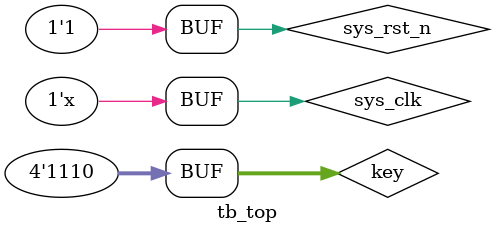
<source format=v>
`timescale 1ns / 1ns
module tb_top ();

  reg sys_clk;
  reg sys_rst_n;
  reg [3:0] key;

  wire rstn_out;
  wire iic_tx_scl;
  wire iic_tx_sda;
  wire led_int;

  wire pix_clk;
  wire vs_out;
  wire hs_out;
  wire de_out;
  wire [7:0] r_out;
  wire [7:0] g_out;
  wire [7:0] b_out;

  wire ad_clk;
  reg [7:0] ad_data;

  wire da_clk;
  wire [7:0] da_data;

  //defparam  define
  defparam u_dds_dso_top.u_key_control.CNT_MAX = 24;
  //   defparam top_dds_inst.dds_inst.FREQ_CTRL = 32'd42949672;


  initial begin
    sys_clk = 1'b0;
    sys_rst_n <= 1'b0;
    key <= 4'b0000;

    #200;
    sys_rst_n <= 1'b1;
    key <= 4'b1110;
  end

  always #10 sys_clk = ~sys_clk;

  always @(posedge ad_clk or negedge sys_rst_n)
    if (sys_rst_n == 1'b0) ad_data <= 8'b0;
    else ad_data <= da_data;


  dds_dso_top u_dds_dso_top (
    .sys_clk(sys_clk),     // input system clock 50MHz
    .sys_rst_n(sys_rst_n),
    .rstn_out(rstn_out),
    .iic_tx_scl(iic_tx_scl),
    .iic_tx_sda(iic_tx_sda),
    .led_int(led_int),

    .pix_clk(pix_clk),  //pixclk
    .vs_out (vs_out),
    .hs_out (hs_out),
    .de_out (de_out),
    .r_out  (r_out),
    .g_out  (g_out),
    .b_out  (b_out),

    .ad_clk (ad_clk),
    .ad_data(ad_data),

    .key(key),  //输入4位按键

    .da_clk (da_clk),  //输入DAC模块时钟
    .da_data(da_data)  //输入DAC模块波形数据
  );

  GTP_GRS GRS_INST (.GRS_N(1'b1));
endmodule

</source>
